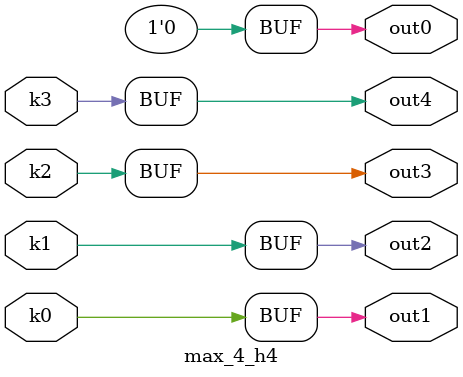
<source format=v>
module max_4(pi00, pi01, pi02, pi03, pi04, pi05, pi06, pi07, pi08, pi09, pi10, po0, po1, po2, po3, po4);
input pi00, pi01, pi02, pi03, pi04, pi05, pi06, pi07, pi08, pi09, pi10;
output po0, po1, po2, po3, po4;
wire k0, k1, k2, k3;
max_4_w4 DUT1 (pi00, pi01, pi02, pi03, pi04, pi05, pi06, pi07, pi08, pi09, pi10, k0, k1, k2, k3);
max_4_h4 DUT2 (k0, k1, k2, k3, po0, po1, po2, po3, po4);
endmodule

module max_4_w4(in10, in9, in8, in7, in6, in5, in4, in3, in2, in1, in0, k3, k2, k1, k0);
input in10, in9, in8, in7, in6, in5, in4, in3, in2, in1, in0;
output k3, k2, k1, k0;
assign k0 =   in0 ? ~in10 : ~in6;
assign k1 =   in0 ? ~in9 : ~in5;
assign k2 =   in0 ? ~in7 : ~in3;
assign k3 =   ~in1 & ((((~in10 & (in6 | in2)) | (in6 & in2)) & (~in7 | in3) & (~in8 | in4) & (~in9 | in5)) | ((~in7 | in3) & ((~in9 & in5 & (~in8 | in4)) | (~in8 & in4))) | (~in7 & in3));
endmodule

module max_4_h4(k3, k2, k1, k0, out4, out3, out2, out1, out0);
input k3, k2, k1, k0;
output out4, out3, out2, out1, out0;
assign out0 = 0;
assign out1 = k0;
assign out2 = k1;
assign out3 = k2;
assign out4 = k3;
endmodule

</source>
